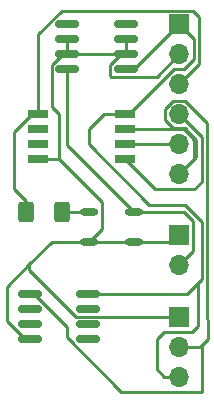
<source format=gbr>
%TF.GenerationSoftware,KiCad,Pcbnew,(6.0.0)*%
%TF.CreationDate,2022-02-28T13:37:14-05:00*%
%TF.ProjectId,heatedGrip,68656174-6564-4477-9269-702e6b696361,rev?*%
%TF.SameCoordinates,Original*%
%TF.FileFunction,Copper,L1,Top*%
%TF.FilePolarity,Positive*%
%FSLAX46Y46*%
G04 Gerber Fmt 4.6, Leading zero omitted, Abs format (unit mm)*
G04 Created by KiCad (PCBNEW (6.0.0)) date 2022-02-28 13:37:14*
%MOMM*%
%LPD*%
G01*
G04 APERTURE LIST*
G04 Aperture macros list*
%AMRoundRect*
0 Rectangle with rounded corners*
0 $1 Rounding radius*
0 $2 $3 $4 $5 $6 $7 $8 $9 X,Y pos of 4 corners*
0 Add a 4 corners polygon primitive as box body*
4,1,4,$2,$3,$4,$5,$6,$7,$8,$9,$2,$3,0*
0 Add four circle primitives for the rounded corners*
1,1,$1+$1,$2,$3*
1,1,$1+$1,$4,$5*
1,1,$1+$1,$6,$7*
1,1,$1+$1,$8,$9*
0 Add four rect primitives between the rounded corners*
20,1,$1+$1,$2,$3,$4,$5,0*
20,1,$1+$1,$4,$5,$6,$7,0*
20,1,$1+$1,$6,$7,$8,$9,0*
20,1,$1+$1,$8,$9,$2,$3,0*%
G04 Aperture macros list end*
%TA.AperFunction,SMDPad,CuDef*%
%ADD10RoundRect,0.150000X-0.825000X-0.150000X0.825000X-0.150000X0.825000X0.150000X-0.825000X0.150000X0*%
%TD*%
%TA.AperFunction,ComponentPad*%
%ADD11O,1.700000X1.700000*%
%TD*%
%TA.AperFunction,ComponentPad*%
%ADD12R,1.700000X1.700000*%
%TD*%
%TA.AperFunction,SMDPad,CuDef*%
%ADD13RoundRect,0.250000X-0.400000X-0.625000X0.400000X-0.625000X0.400000X0.625000X-0.400000X0.625000X0*%
%TD*%
%TA.AperFunction,SMDPad,CuDef*%
%ADD14O,1.540000X0.600000*%
%TD*%
%TA.AperFunction,SMDPad,CuDef*%
%ADD15RoundRect,0.150000X0.825000X0.150000X-0.825000X0.150000X-0.825000X-0.150000X0.825000X-0.150000X0*%
%TD*%
%TA.AperFunction,SMDPad,CuDef*%
%ADD16R,1.700000X0.650000*%
%TD*%
%TA.AperFunction,Conductor*%
%ADD17C,0.250000*%
%TD*%
G04 APERTURE END LIST*
D10*
%TO.P,U3,8,+Vs*%
%TO.N,+5V*%
X139635000Y-99060000D03*
%TO.P,U3,7*%
%TO.N,N/C*%
X139635000Y-100330000D03*
%TO.P,U3,6*%
X139635000Y-101600000D03*
%TO.P,U3,5,~{SHUTDOWN}*%
%TO.N,unconnected-(U3-Pad5)*%
X139635000Y-102870000D03*
%TO.P,U3,4,GND*%
%TO.N,GND*%
X134685000Y-102870000D03*
%TO.P,U3,3*%
%TO.N,N/C*%
X134685000Y-101600000D03*
%TO.P,U3,2*%
X134685000Y-100330000D03*
%TO.P,U3,1,Vout*%
%TO.N,Sens*%
X134685000Y-99060000D03*
%TD*%
D11*
%TO.P,J1,6,Pin_6*%
%TO.N,Sens*%
X147320000Y-88900000D03*
%TO.P,J1,5,Pin_5*%
%TO.N,Net-(J1-Pad5)*%
X147320000Y-86360000D03*
%TO.P,J1,4,Pin_4*%
%TO.N,Net-(J1-Pad4)*%
X147320000Y-83820000D03*
%TO.P,J1,3,Pin_3*%
%TO.N,Net-(J1-Pad3)*%
X147320000Y-81280000D03*
%TO.P,J1,2,Pin_2*%
%TO.N,GND*%
X147320000Y-78740000D03*
D12*
%TO.P,J1,1,Pin_1*%
%TO.N,+5V*%
X147320000Y-76200000D03*
%TD*%
D13*
%TO.P,R1,1*%
%TO.N,Net-(J1-Pad3)*%
X134340000Y-92075000D03*
%TO.P,R1,2*%
%TO.N,Net-(R1-Pad2)*%
X137440000Y-92075000D03*
%TD*%
D12*
%TO.P,J3,1,Pin_1*%
%TO.N,GND*%
X147345000Y-100965000D03*
D11*
%TO.P,J3,2,Pin_2*%
%TO.N,Sens*%
X147345000Y-103505000D03*
%TO.P,J3,3,Pin_3*%
%TO.N,+5V*%
X147345000Y-106045000D03*
%TD*%
D14*
%TO.P,U4,1,+_Control*%
%TO.N,Net-(R1-Pad2)*%
X139680000Y-92075000D03*
%TO.P,U4,2,-_Control*%
%TO.N,GND*%
X139680000Y-94615000D03*
%TO.P,U4,3,Load*%
X143530000Y-94615000D03*
%TO.P,U4,4,Load*%
%TO.N,+7.5V*%
X143530000Y-92075000D03*
%TD*%
D15*
%TO.P,U1,1,OUT*%
%TO.N,+5V*%
X142810000Y-80010000D03*
%TO.P,U1,2,GND*%
%TO.N,GND*%
X142810000Y-78740000D03*
%TO.P,U1,3,GND*%
X142810000Y-77470000D03*
%TO.P,U1,4,NC*%
%TO.N,unconnected-(U1-Pad4)*%
X142810000Y-76200000D03*
%TO.P,U1,5,NC*%
%TO.N,unconnected-(U1-Pad5)*%
X137860000Y-76200000D03*
%TO.P,U1,6,GND*%
%TO.N,GND*%
X137860000Y-77470000D03*
%TO.P,U1,7,GND*%
X137860000Y-78740000D03*
%TO.P,U1,8,IN*%
%TO.N,+7.5V*%
X137860000Y-80010000D03*
%TD*%
D16*
%TO.P,U2,1,~{RESET}/PB5*%
%TO.N,Net-(J1-Pad3)*%
X135415000Y-83820000D03*
%TO.P,U2,2,XTAL1/PB3*%
%TO.N,unconnected-(U2-Pad2)*%
X135415000Y-85090000D03*
%TO.P,U2,3,XTAL2/PB4*%
%TO.N,unconnected-(U2-Pad3)*%
X135415000Y-86360000D03*
%TO.P,U2,4,GND*%
%TO.N,GND*%
X135415000Y-87630000D03*
%TO.P,U2,5,AREF/PB0*%
%TO.N,Net-(J1-Pad4)*%
X142715000Y-87630000D03*
%TO.P,U2,6,PB1*%
%TO.N,Net-(J1-Pad5)*%
X142715000Y-86360000D03*
%TO.P,U2,7,PB2*%
%TO.N,Sens*%
X142715000Y-85090000D03*
%TO.P,U2,8,VCC*%
%TO.N,+5V*%
X142715000Y-83820000D03*
%TD*%
D12*
%TO.P,J2,1,Pin_1*%
%TO.N,GND*%
X147345000Y-94000000D03*
D11*
%TO.P,J2,2,Pin_2*%
%TO.N,+7.5V*%
X147345000Y-96540000D03*
%TD*%
D17*
%TO.N,GND*%
X138623928Y-100965000D02*
X134620000Y-96961072D01*
X147345000Y-100965000D02*
X138623928Y-100965000D01*
X134620000Y-96520000D02*
X136525000Y-94615000D01*
X134620000Y-96961072D02*
X134620000Y-96520000D01*
X132715000Y-98425000D02*
X134620000Y-96520000D01*
%TO.N,Sens*%
X149225000Y-103505000D02*
X149162490Y-103442490D01*
X149225000Y-107315000D02*
X149225000Y-103505000D01*
X142433928Y-107315000D02*
X149225000Y-107315000D01*
X137795000Y-102676072D02*
X142433928Y-107315000D01*
X137795000Y-101793928D02*
X137795000Y-102676072D01*
X135061072Y-99060000D02*
X137795000Y-101793928D01*
X134685000Y-99060000D02*
X135061072Y-99060000D01*
X149162490Y-103442490D02*
X149734980Y-102870000D01*
X149099980Y-103505000D02*
X149162490Y-103442490D01*
%TO.N,+5V*%
X148907500Y-101751522D02*
X148907500Y-98107500D01*
X146050000Y-102235000D02*
X148424022Y-102235000D01*
X145415000Y-102870000D02*
X146050000Y-102235000D01*
X146050000Y-106045000D02*
X145415000Y-105410000D01*
X148424022Y-102235000D02*
X148907500Y-101751522D01*
X147345000Y-106045000D02*
X146050000Y-106045000D01*
X147955000Y-99060000D02*
X148907500Y-98107500D01*
X148907500Y-98107500D02*
X149225000Y-97790000D01*
X145415000Y-105410000D02*
X145415000Y-102870000D01*
%TO.N,Sens*%
X149734980Y-101235940D02*
X149674520Y-101175480D01*
X149734980Y-102870000D02*
X149734980Y-101235940D01*
X147345000Y-103505000D02*
X149099980Y-103505000D01*
%TO.N,GND*%
X137795000Y-94615000D02*
X139680000Y-94615000D01*
X136525000Y-94615000D02*
X137795000Y-94615000D01*
X132715000Y-101276072D02*
X132715000Y-98425000D01*
X134308928Y-102870000D02*
X132715000Y-101276072D01*
X134685000Y-102870000D02*
X134308928Y-102870000D01*
%TO.N,Sens*%
X134685000Y-99060000D02*
X134308928Y-99060000D01*
%TO.N,+5V*%
X140970000Y-83820000D02*
X142715000Y-83820000D01*
X139700000Y-85090000D02*
X140970000Y-83820000D01*
X139700000Y-86360000D02*
X139700000Y-85090000D01*
X144790480Y-91450480D02*
X139700000Y-86360000D01*
X147780220Y-91450480D02*
X144790480Y-91450480D01*
X149225000Y-92895260D02*
X147780220Y-91450480D01*
X149225000Y-97790000D02*
X149225000Y-92895260D01*
X139635000Y-99060000D02*
X147955000Y-99060000D01*
%TO.N,Net-(J1-Pad3)*%
X133350000Y-85330978D02*
X134860978Y-83820000D01*
X134340000Y-91160000D02*
X133350000Y-90170000D01*
X134340000Y-92075000D02*
X134340000Y-91160000D01*
X133350000Y-90170000D02*
X133350000Y-85330978D01*
X134860978Y-83820000D02*
X135415000Y-83820000D01*
X135415000Y-76998928D02*
X135415000Y-83820000D01*
X149039520Y-75570498D02*
X148494511Y-75025489D01*
X148494511Y-75025489D02*
X137388439Y-75025489D01*
X149039520Y-79560480D02*
X149039520Y-75570498D01*
X147320000Y-81280000D02*
X149039520Y-79560480D01*
X137388439Y-75025489D02*
X135415000Y-76998928D01*
%TO.N,GND*%
X134685000Y-102870000D02*
X135255000Y-102870000D01*
%TO.N,Sens*%
X149674520Y-84513510D02*
X149674520Y-101175480D01*
X147806499Y-82645489D02*
X149674520Y-84513510D01*
X146145489Y-83333501D02*
X146833501Y-82645489D01*
X146145489Y-84306499D02*
X146145489Y-83333501D01*
X146833501Y-84994511D02*
X146145489Y-84306499D01*
X147806499Y-84994511D02*
X146833501Y-84994511D01*
X148775480Y-87444520D02*
X148775480Y-85963492D01*
X147320000Y-88900000D02*
X148775480Y-87444520D01*
X148775480Y-85963492D02*
X147806499Y-84994511D01*
X146833501Y-82645489D02*
X147806499Y-82645489D01*
%TO.N,+5V*%
X139635000Y-99060000D02*
X140360000Y-99060000D01*
X148590000Y-79131010D02*
X148590000Y-77470000D01*
X148590000Y-77470000D02*
X147320000Y-76200000D01*
X143118990Y-83820000D02*
X146928990Y-80010000D01*
X142715000Y-83820000D02*
X143118990Y-83820000D01*
X146928990Y-80010000D02*
X147711010Y-80010000D01*
X147711010Y-80010000D02*
X148590000Y-79131010D01*
%TO.N,GND*%
X137860000Y-78740000D02*
X142810000Y-78740000D01*
X137860000Y-77470000D02*
X137860000Y-78740000D01*
X142810000Y-77470000D02*
X142810000Y-78740000D01*
X141510480Y-80550480D02*
X141594520Y-80634520D01*
X141510480Y-79663448D02*
X141510480Y-80550480D01*
X142433928Y-78740000D02*
X141510480Y-79663448D01*
X141594520Y-80634520D02*
X145425480Y-80634520D01*
X142810000Y-78740000D02*
X142433928Y-78740000D01*
X145425480Y-80634520D02*
X147320000Y-78740000D01*
X137160000Y-87630000D02*
X135415000Y-87630000D01*
X137160000Y-83820000D02*
X137160000Y-87630000D01*
X136560480Y-83220480D02*
X137160000Y-83820000D01*
X136560480Y-79663448D02*
X136560480Y-83220480D01*
X137483928Y-78740000D02*
X136560480Y-79663448D01*
X137860000Y-78740000D02*
X137483928Y-78740000D01*
%TO.N,+7.5V*%
X137860000Y-86405000D02*
X143530000Y-92075000D01*
X137860000Y-80010000D02*
X137860000Y-86405000D01*
%TO.N,GND*%
X140774520Y-93520480D02*
X140774520Y-91244520D01*
X140774520Y-91244520D02*
X137160000Y-87630000D01*
X139680000Y-94615000D02*
X140774520Y-93520480D01*
%TO.N,Net-(R1-Pad2)*%
X137440000Y-92075000D02*
X139680000Y-92075000D01*
%TO.N,GND*%
X139680000Y-94615000D02*
X143530000Y-94615000D01*
X146730000Y-94615000D02*
X147345000Y-94000000D01*
X143530000Y-94615000D02*
X146730000Y-94615000D01*
%TO.N,+7.5V*%
X148519511Y-95365489D02*
X147345000Y-96540000D01*
X147769022Y-92075000D02*
X148519511Y-92825489D01*
X148519511Y-92825489D02*
X148519511Y-95365489D01*
X143530000Y-92075000D02*
X147769022Y-92075000D01*
%TO.N,Sens*%
X148590000Y-85968990D02*
X148590000Y-87630000D01*
X148590000Y-87630000D02*
X147320000Y-88900000D01*
X147711010Y-85090000D02*
X148590000Y-85968990D01*
X142715000Y-85090000D02*
X147711010Y-85090000D01*
%TO.N,Net-(J1-Pad4)*%
X148590000Y-90170000D02*
X149225000Y-89535000D01*
X149225000Y-89535000D02*
X149225000Y-85725000D01*
X149225000Y-85725000D02*
X147320000Y-83820000D01*
X142715000Y-87630000D02*
X145255000Y-90170000D01*
X145255000Y-90170000D02*
X148590000Y-90170000D01*
%TO.N,Net-(J1-Pad5)*%
X142715000Y-86360000D02*
X147320000Y-86360000D01*
%TO.N,+5V*%
X143510000Y-80010000D02*
X147320000Y-76200000D01*
X142810000Y-80010000D02*
X143510000Y-80010000D01*
%TD*%
M02*

</source>
